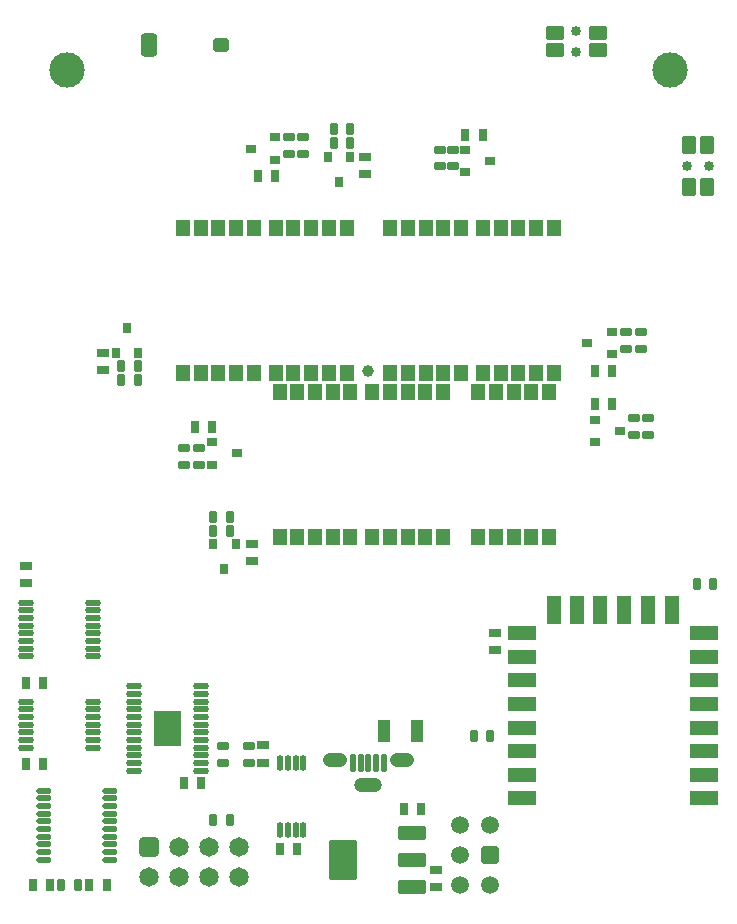
<source format=gbr>
%TF.GenerationSoftware,Altium Limited,Altium Designer,20.1.8 (145)*%
G04 Layer_Color=16711935*
%FSLAX44Y44*%
%MOMM*%
%TF.SameCoordinates,3BEBD2D3-E5B3-4009-AA71-14EFD01F195C*%
%TF.FilePolarity,Negative*%
%TF.FileFunction,Soldermask,Bot*%
%TF.Part,Single*%
G01*
G75*
%TA.AperFunction,ComponentPad*%
%ADD49C,1.5000*%
G04:AMPARAMS|DCode=53|XSize=1.5mm|YSize=1.5mm|CornerRadius=0.15mm|HoleSize=0mm|Usage=FLASHONLY|Rotation=180.000|XOffset=0mm|YOffset=0mm|HoleType=Round|Shape=RoundedRectangle|*
%AMROUNDEDRECTD53*
21,1,1.5000,1.2000,0,0,180.0*
21,1,1.2000,1.5000,0,0,180.0*
1,1,0.3000,-0.6000,0.6000*
1,1,0.3000,0.6000,0.6000*
1,1,0.3000,0.6000,-0.6000*
1,1,0.3000,-0.6000,-0.6000*
%
%ADD53ROUNDEDRECTD53*%
%TA.AperFunction,SMDPad,CuDef*%
G04:AMPARAMS|DCode=81|XSize=1.4mm|YSize=2mm|CornerRadius=0.35mm|HoleSize=0mm|Usage=FLASHONLY|Rotation=0.000|XOffset=0mm|YOffset=0mm|HoleType=Round|Shape=RoundedRectangle|*
%AMROUNDEDRECTD81*
21,1,1.4000,1.3000,0,0,0.0*
21,1,0.7000,2.0000,0,0,0.0*
1,1,0.7000,0.3500,-0.6500*
1,1,0.7000,-0.3500,-0.6500*
1,1,0.7000,-0.3500,0.6500*
1,1,0.7000,0.3500,0.6500*
%
%ADD81ROUNDEDRECTD81*%
G04:AMPARAMS|DCode=82|XSize=1.4mm|YSize=1.2mm|CornerRadius=0.3mm|HoleSize=0mm|Usage=FLASHONLY|Rotation=0.000|XOffset=0mm|YOffset=0mm|HoleType=Round|Shape=RoundedRectangle|*
%AMROUNDEDRECTD82*
21,1,1.4000,0.6000,0,0,0.0*
21,1,0.8000,1.2000,0,0,0.0*
1,1,0.6000,0.4000,-0.3000*
1,1,0.6000,-0.4000,-0.3000*
1,1,0.6000,-0.4000,0.3000*
1,1,0.6000,0.4000,0.3000*
%
%ADD82ROUNDEDRECTD82*%
%ADD96O,1.3500X0.5500*%
%ADD97O,1.3000X0.5500*%
G04:AMPARAMS|DCode=98|XSize=1mm|YSize=0.65mm|CornerRadius=0.0775mm|HoleSize=0mm|Usage=FLASHONLY|Rotation=0.000|XOffset=0mm|YOffset=0mm|HoleType=Round|Shape=RoundedRectangle|*
%AMROUNDEDRECTD98*
21,1,1.0000,0.4950,0,0,0.0*
21,1,0.8450,0.6500,0,0,0.0*
1,1,0.1550,0.4225,-0.2475*
1,1,0.1550,-0.4225,-0.2475*
1,1,0.1550,-0.4225,0.2475*
1,1,0.1550,0.4225,0.2475*
%
%ADD98ROUNDEDRECTD98*%
%ADD99O,0.5500X1.3500*%
G04:AMPARAMS|DCode=100|XSize=1mm|YSize=0.75mm|CornerRadius=0.078mm|HoleSize=0mm|Usage=FLASHONLY|Rotation=180.000|XOffset=0mm|YOffset=0mm|HoleType=Round|Shape=RoundedRectangle|*
%AMROUNDEDRECTD100*
21,1,1.0000,0.5940,0,0,180.0*
21,1,0.8440,0.7500,0,0,180.0*
1,1,0.1560,-0.4220,0.2970*
1,1,0.1560,0.4220,0.2970*
1,1,0.1560,0.4220,-0.2970*
1,1,0.1560,-0.4220,-0.2970*
%
%ADD100ROUNDEDRECTD100*%
G04:AMPARAMS|DCode=101|XSize=1mm|YSize=0.75mm|CornerRadius=0.078mm|HoleSize=0mm|Usage=FLASHONLY|Rotation=90.000|XOffset=0mm|YOffset=0mm|HoleType=Round|Shape=RoundedRectangle|*
%AMROUNDEDRECTD101*
21,1,1.0000,0.5940,0,0,90.0*
21,1,0.8440,0.7500,0,0,90.0*
1,1,0.1560,0.2970,0.4220*
1,1,0.1560,0.2970,-0.4220*
1,1,0.1560,-0.2970,-0.4220*
1,1,0.1560,-0.2970,0.4220*
%
%ADD101ROUNDEDRECTD101*%
G04:AMPARAMS|DCode=102|XSize=0.7mm|YSize=0.85mm|CornerRadius=0.0778mm|HoleSize=0mm|Usage=FLASHONLY|Rotation=270.000|XOffset=0mm|YOffset=0mm|HoleType=Round|Shape=RoundedRectangle|*
%AMROUNDEDRECTD102*
21,1,0.7000,0.6945,0,0,270.0*
21,1,0.5445,0.8500,0,0,270.0*
1,1,0.1555,-0.3473,-0.2723*
1,1,0.1555,-0.3473,0.2723*
1,1,0.1555,0.3473,0.2723*
1,1,0.1555,0.3473,-0.2723*
%
%ADD102ROUNDEDRECTD102*%
G04:AMPARAMS|DCode=103|XSize=0.7mm|YSize=0.85mm|CornerRadius=0.0778mm|HoleSize=0mm|Usage=FLASHONLY|Rotation=180.000|XOffset=0mm|YOffset=0mm|HoleType=Round|Shape=RoundedRectangle|*
%AMROUNDEDRECTD103*
21,1,0.7000,0.6945,0,0,180.0*
21,1,0.5445,0.8500,0,0,180.0*
1,1,0.1555,-0.2723,0.3473*
1,1,0.1555,0.2723,0.3473*
1,1,0.1555,0.2723,-0.3473*
1,1,0.1555,-0.2723,-0.3473*
%
%ADD103ROUNDEDRECTD103*%
G04:AMPARAMS|DCode=104|XSize=1.8mm|YSize=1.1mm|CornerRadius=0.0798mm|HoleSize=0mm|Usage=FLASHONLY|Rotation=90.000|XOffset=0mm|YOffset=0mm|HoleType=Round|Shape=RoundedRectangle|*
%AMROUNDEDRECTD104*
21,1,1.8000,0.9405,0,0,90.0*
21,1,1.6405,1.1000,0,0,90.0*
1,1,0.1595,0.4703,0.8203*
1,1,0.1595,0.4703,-0.8203*
1,1,0.1595,-0.4703,-0.8203*
1,1,0.1595,-0.4703,0.8203*
%
%ADD104ROUNDEDRECTD104*%
G04:AMPARAMS|DCode=105|XSize=1.15mm|YSize=2.3mm|CornerRadius=0.08mm|HoleSize=0mm|Usage=FLASHONLY|Rotation=90.000|XOffset=0mm|YOffset=0mm|HoleType=Round|Shape=RoundedRectangle|*
%AMROUNDEDRECTD105*
21,1,1.1500,2.1400,0,0,90.0*
21,1,0.9900,2.3000,0,0,90.0*
1,1,0.1600,1.0700,0.4950*
1,1,0.1600,1.0700,-0.4950*
1,1,0.1600,-1.0700,-0.4950*
1,1,0.1600,-1.0700,0.4950*
%
%ADD105ROUNDEDRECTD105*%
G04:AMPARAMS|DCode=106|XSize=3.4mm|YSize=2.3mm|CornerRadius=0.0858mm|HoleSize=0mm|Usage=FLASHONLY|Rotation=90.000|XOffset=0mm|YOffset=0mm|HoleType=Round|Shape=RoundedRectangle|*
%AMROUNDEDRECTD106*
21,1,3.4000,2.1285,0,0,90.0*
21,1,3.2285,2.3000,0,0,90.0*
1,1,0.1715,1.0642,1.6143*
1,1,0.1715,1.0642,-1.6143*
1,1,0.1715,-1.0642,-1.6143*
1,1,0.1715,-1.0642,1.6143*
%
%ADD106ROUNDEDRECTD106*%
G04:AMPARAMS|DCode=107|XSize=1.25mm|YSize=2.45mm|CornerRadius=0.0805mm|HoleSize=0mm|Usage=FLASHONLY|Rotation=270.000|XOffset=0mm|YOffset=0mm|HoleType=Round|Shape=RoundedRectangle|*
%AMROUNDEDRECTD107*
21,1,1.2500,2.2890,0,0,270.0*
21,1,1.0890,2.4500,0,0,270.0*
1,1,0.1610,-1.1445,-0.5445*
1,1,0.1610,-1.1445,0.5445*
1,1,0.1610,1.1445,0.5445*
1,1,0.1610,1.1445,-0.5445*
%
%ADD107ROUNDEDRECTD107*%
G04:AMPARAMS|DCode=108|XSize=1.25mm|YSize=2.45mm|CornerRadius=0.0805mm|HoleSize=0mm|Usage=FLASHONLY|Rotation=180.000|XOffset=0mm|YOffset=0mm|HoleType=Round|Shape=RoundedRectangle|*
%AMROUNDEDRECTD108*
21,1,1.2500,2.2890,0,0,180.0*
21,1,1.0890,2.4500,0,0,180.0*
1,1,0.1610,-0.5445,1.1445*
1,1,0.1610,0.5445,1.1445*
1,1,0.1610,0.5445,-1.1445*
1,1,0.1610,-0.5445,-1.1445*
%
%ADD108ROUNDEDRECTD108*%
G04:AMPARAMS|DCode=109|XSize=0.53mm|YSize=1.58mm|CornerRadius=0.1525mm|HoleSize=0mm|Usage=FLASHONLY|Rotation=180.000|XOffset=0mm|YOffset=0mm|HoleType=Round|Shape=RoundedRectangle|*
%AMROUNDEDRECTD109*
21,1,0.5300,1.2750,0,0,180.0*
21,1,0.2250,1.5800,0,0,180.0*
1,1,0.3050,-0.1125,0.6375*
1,1,0.3050,0.1125,0.6375*
1,1,0.3050,0.1125,-0.6375*
1,1,0.3050,-0.1125,-0.6375*
%
%ADD109ROUNDEDRECTD109*%
G04:AMPARAMS|DCode=110|XSize=1mm|YSize=0.65mm|CornerRadius=0.0775mm|HoleSize=0mm|Usage=FLASHONLY|Rotation=90.000|XOffset=0mm|YOffset=0mm|HoleType=Round|Shape=RoundedRectangle|*
%AMROUNDEDRECTD110*
21,1,1.0000,0.4950,0,0,90.0*
21,1,0.8450,0.6500,0,0,90.0*
1,1,0.1550,0.2475,0.4225*
1,1,0.1550,0.2475,-0.4225*
1,1,0.1550,-0.2475,-0.4225*
1,1,0.1550,-0.2475,0.4225*
%
%ADD110ROUNDEDRECTD110*%
G04:AMPARAMS|DCode=111|XSize=1.15mm|YSize=1.4mm|CornerRadius=0.08mm|HoleSize=0mm|Usage=FLASHONLY|Rotation=180.000|XOffset=0mm|YOffset=0mm|HoleType=Round|Shape=RoundedRectangle|*
%AMROUNDEDRECTD111*
21,1,1.1500,1.2400,0,0,180.0*
21,1,0.9900,1.4000,0,0,180.0*
1,1,0.1600,-0.4950,0.6200*
1,1,0.1600,0.4950,0.6200*
1,1,0.1600,0.4950,-0.6200*
1,1,0.1600,-0.4950,-0.6200*
%
%ADD111ROUNDEDRECTD111*%
G04:AMPARAMS|DCode=112|XSize=1.5mm|YSize=1.15mm|CornerRadius=0.0553mm|HoleSize=0mm|Usage=FLASHONLY|Rotation=270.000|XOffset=0mm|YOffset=0mm|HoleType=Round|Shape=RoundedRectangle|*
%AMROUNDEDRECTD112*
21,1,1.5000,1.0395,0,0,270.0*
21,1,1.3895,1.1500,0,0,270.0*
1,1,0.1105,-0.5198,-0.6948*
1,1,0.1105,-0.5198,0.6948*
1,1,0.1105,0.5198,0.6948*
1,1,0.1105,0.5198,-0.6948*
%
%ADD112ROUNDEDRECTD112*%
G04:AMPARAMS|DCode=113|XSize=1.5mm|YSize=1.15mm|CornerRadius=0.0553mm|HoleSize=0mm|Usage=FLASHONLY|Rotation=0.000|XOffset=0mm|YOffset=0mm|HoleType=Round|Shape=RoundedRectangle|*
%AMROUNDEDRECTD113*
21,1,1.5000,1.0395,0,0,0.0*
21,1,1.3895,1.1500,0,0,0.0*
1,1,0.1105,0.6948,-0.5198*
1,1,0.1105,-0.6948,-0.5198*
1,1,0.1105,-0.6948,0.5198*
1,1,0.1105,0.6948,0.5198*
%
%ADD113ROUNDEDRECTD113*%
%TA.AperFunction,ComponentPad*%
G04:AMPARAMS|DCode=114|XSize=1.65mm|YSize=1.65mm|CornerRadius=0.2625mm|HoleSize=0mm|Usage=FLASHONLY|Rotation=0.000|XOffset=0mm|YOffset=0mm|HoleType=Round|Shape=RoundedRectangle|*
%AMROUNDEDRECTD114*
21,1,1.6500,1.1250,0,0,0.0*
21,1,1.1250,1.6500,0,0,0.0*
1,1,0.5250,0.5625,-0.5625*
1,1,0.5250,-0.5625,-0.5625*
1,1,0.5250,-0.5625,0.5625*
1,1,0.5250,0.5625,0.5625*
%
%ADD114ROUNDEDRECTD114*%
%ADD115C,1.6500*%
%ADD116O,2.0500X1.2500*%
%ADD117O,2.3500X1.2500*%
%ADD118C,0.8500*%
%TA.AperFunction,ViaPad*%
%ADD119C,3.0000*%
%ADD120C,1.0000*%
G36*
X-181500Y-287500D02*
Y-317500D01*
X-158500D01*
Y-287500D01*
X-181500D01*
D02*
G37*
D49*
X102900Y-435400D02*
D03*
Y-384600D02*
D03*
X77500D02*
D03*
Y-410000D02*
D03*
Y-435400D02*
D03*
D53*
X102900Y-410000D02*
D03*
D81*
X-185661Y276198D02*
D03*
D82*
X-124661D02*
D03*
D96*
X-198500Y-338250D02*
D03*
Y-331750D02*
D03*
Y-325250D02*
D03*
Y-318750D02*
D03*
Y-312250D02*
D03*
Y-305750D02*
D03*
Y-299250D02*
D03*
Y-292750D02*
D03*
Y-286250D02*
D03*
Y-279750D02*
D03*
Y-273250D02*
D03*
Y-266750D02*
D03*
X-141500Y-338250D02*
D03*
Y-331750D02*
D03*
Y-325250D02*
D03*
Y-318750D02*
D03*
Y-312250D02*
D03*
Y-305750D02*
D03*
Y-299250D02*
D03*
Y-292750D02*
D03*
Y-286250D02*
D03*
Y-279750D02*
D03*
Y-273250D02*
D03*
Y-266750D02*
D03*
X-290340Y-318769D02*
D03*
Y-312269D02*
D03*
Y-305769D02*
D03*
Y-299269D02*
D03*
Y-292769D02*
D03*
Y-286269D02*
D03*
Y-279769D02*
D03*
X-233340Y-318769D02*
D03*
Y-312269D02*
D03*
Y-305769D02*
D03*
Y-299269D02*
D03*
Y-292769D02*
D03*
Y-286269D02*
D03*
Y-279769D02*
D03*
X-233340Y-196130D02*
D03*
Y-202630D02*
D03*
Y-209130D02*
D03*
Y-215630D02*
D03*
Y-222130D02*
D03*
Y-228630D02*
D03*
Y-235130D02*
D03*
Y-241630D02*
D03*
X-290340Y-196130D02*
D03*
Y-202630D02*
D03*
Y-209130D02*
D03*
Y-215630D02*
D03*
Y-222130D02*
D03*
Y-228630D02*
D03*
Y-235130D02*
D03*
Y-241630D02*
D03*
D97*
X-219084Y-355231D02*
D03*
Y-361731D02*
D03*
Y-368231D02*
D03*
Y-374731D02*
D03*
Y-381231D02*
D03*
Y-387731D02*
D03*
Y-394231D02*
D03*
Y-400731D02*
D03*
Y-407231D02*
D03*
Y-413731D02*
D03*
X-275084Y-355231D02*
D03*
Y-361731D02*
D03*
Y-368231D02*
D03*
Y-374731D02*
D03*
Y-381231D02*
D03*
Y-387731D02*
D03*
Y-394231D02*
D03*
Y-400731D02*
D03*
Y-407231D02*
D03*
Y-413731D02*
D03*
D98*
X-101553Y-317500D02*
D03*
Y-331500D02*
D03*
X-123000Y-331750D02*
D03*
Y-317750D02*
D03*
X60869Y187590D02*
D03*
Y173590D02*
D03*
X71871Y187590D02*
D03*
Y173590D02*
D03*
X224460Y-40000D02*
D03*
Y-54000D02*
D03*
X-67462Y183833D02*
D03*
Y197833D02*
D03*
X218423Y19087D02*
D03*
Y33087D02*
D03*
X-143684Y-65130D02*
D03*
Y-79130D02*
D03*
X236680Y-54000D02*
D03*
Y-40000D02*
D03*
X-55484Y197833D02*
D03*
Y183833D02*
D03*
X230407Y33087D02*
D03*
Y19087D02*
D03*
X-155955Y-79130D02*
D03*
Y-65130D02*
D03*
D99*
X-55250Y-388500D02*
D03*
X-61750D02*
D03*
X-68250D02*
D03*
X-74750D02*
D03*
X-55250Y-331500D02*
D03*
X-61750D02*
D03*
X-68250D02*
D03*
X-74750D02*
D03*
D100*
X-88889D02*
D03*
Y-317000D02*
D03*
X-290340Y-165010D02*
D03*
Y-179510D02*
D03*
X-98511Y-160655D02*
D03*
Y-146155D02*
D03*
X-224690Y966D02*
D03*
Y15466D02*
D03*
X-2530Y166750D02*
D03*
Y181250D02*
D03*
X57500Y-422484D02*
D03*
Y-436984D02*
D03*
X107248Y-236530D02*
D03*
Y-222030D02*
D03*
D101*
X-74750Y-404823D02*
D03*
X-60250D02*
D03*
X-141500Y-348730D02*
D03*
X-156000D02*
D03*
X-290340Y-263698D02*
D03*
X-275840D02*
D03*
X96624Y199601D02*
D03*
X82124D02*
D03*
X206603Y-27612D02*
D03*
X192103D02*
D03*
X-93260Y165330D02*
D03*
X-78760D02*
D03*
X191903Y19D02*
D03*
X206403D02*
D03*
X-146850Y-47430D02*
D03*
X-132350D02*
D03*
X-221760Y-435021D02*
D03*
X-236260D02*
D03*
X44750Y-370468D02*
D03*
X30250D02*
D03*
X-275840Y-332578D02*
D03*
X-290340D02*
D03*
X-284271Y-435021D02*
D03*
X-269771D02*
D03*
D102*
X82124Y168590D02*
D03*
Y187590D02*
D03*
X103124Y178090D02*
D03*
X213103Y-50724D02*
D03*
X192103Y-41224D02*
D03*
Y-60224D02*
D03*
X-78760Y197833D02*
D03*
Y178833D02*
D03*
X-99760Y188333D02*
D03*
X206403Y33182D02*
D03*
Y14182D02*
D03*
X185403Y23682D02*
D03*
X-111350Y-69630D02*
D03*
X-132350Y-60130D02*
D03*
Y-79130D02*
D03*
D103*
X-131494Y-146155D02*
D03*
X-112494D02*
D03*
X-121994Y-167155D02*
D03*
X-204618Y36466D02*
D03*
X-214118Y15466D02*
D03*
X-195118D02*
D03*
X-25000Y160250D02*
D03*
X-15500Y181250D02*
D03*
X-34500D02*
D03*
D104*
X13000Y-305000D02*
D03*
X41000D02*
D03*
D105*
X36750Y-390984D02*
D03*
Y-413984D02*
D03*
Y-436984D02*
D03*
D106*
X-21750Y-413984D02*
D03*
D107*
X283750Y-361730D02*
D03*
Y-341918D02*
D03*
Y-321598D02*
D03*
Y-301786D02*
D03*
Y-281720D02*
D03*
X284004Y-261654D02*
D03*
Y-241842D02*
D03*
X129794Y-222030D02*
D03*
Y-261908D02*
D03*
Y-281720D02*
D03*
Y-302040D02*
D03*
Y-321852D02*
D03*
Y-341918D02*
D03*
X284004Y-221776D02*
D03*
X129794Y-242096D02*
D03*
Y-361730D02*
D03*
D108*
X256810Y-202202D02*
D03*
X236490D02*
D03*
X216678D02*
D03*
X196358D02*
D03*
X176546D02*
D03*
X156734D02*
D03*
D109*
X6500Y-331750D02*
D03*
X13000D02*
D03*
X-6500D02*
D03*
X-13000D02*
D03*
X0D02*
D03*
D110*
X-131377Y-380369D02*
D03*
X-117377D02*
D03*
X292000Y-180000D02*
D03*
X278000D02*
D03*
X103036Y-309191D02*
D03*
X89036D02*
D03*
X-246069Y-435021D02*
D03*
X-260069D02*
D03*
X-117494Y-135362D02*
D03*
X-131494D02*
D03*
X-195118Y3922D02*
D03*
X-209118D02*
D03*
X-15500Y192715D02*
D03*
X-29500D02*
D03*
X-131494Y-123498D02*
D03*
X-117494D02*
D03*
X-209118Y-7852D02*
D03*
X-195118D02*
D03*
X-29500Y205011D02*
D03*
X-15500D02*
D03*
D111*
X63500Y-1320D02*
D03*
X48500D02*
D03*
X33500D02*
D03*
X18500D02*
D03*
X78500D02*
D03*
X63500Y121320D02*
D03*
X33500D02*
D03*
X48500D02*
D03*
X18500D02*
D03*
X78500D02*
D03*
X-33500Y-1320D02*
D03*
X-48500D02*
D03*
X-63500D02*
D03*
X-78500D02*
D03*
X-18500D02*
D03*
X-33500Y121320D02*
D03*
X-63500D02*
D03*
X-48500D02*
D03*
X-78500D02*
D03*
X-18500D02*
D03*
X138000Y-140320D02*
D03*
X123000D02*
D03*
X108000D02*
D03*
X93000D02*
D03*
X153000D02*
D03*
X138000Y-17680D02*
D03*
X108000D02*
D03*
X123000D02*
D03*
X93000D02*
D03*
X153000D02*
D03*
X142000Y-1320D02*
D03*
X127000D02*
D03*
X112000D02*
D03*
X97000D02*
D03*
X157000D02*
D03*
X142000Y121320D02*
D03*
X112000D02*
D03*
X127000D02*
D03*
X97000D02*
D03*
X157000D02*
D03*
X48250Y-140320D02*
D03*
X33250D02*
D03*
X18250D02*
D03*
X3250D02*
D03*
X63250D02*
D03*
X48250Y-17680D02*
D03*
X18250D02*
D03*
X33250D02*
D03*
X3250D02*
D03*
X63250D02*
D03*
X-30250Y-140320D02*
D03*
X-45250D02*
D03*
X-60250D02*
D03*
X-75250D02*
D03*
X-15250D02*
D03*
X-30250Y-17680D02*
D03*
X-60250D02*
D03*
X-45250D02*
D03*
X-75250D02*
D03*
X-15250D02*
D03*
X-112000Y-1320D02*
D03*
X-127000D02*
D03*
X-142000D02*
D03*
X-157000D02*
D03*
X-97000D02*
D03*
X-112000Y121320D02*
D03*
X-142000D02*
D03*
X-127000D02*
D03*
X-157000D02*
D03*
X-97000D02*
D03*
D112*
X271731Y155447D02*
D03*
X286231D02*
D03*
Y191447D02*
D03*
X271731D02*
D03*
D113*
X193950Y271751D02*
D03*
Y286251D02*
D03*
X157950D02*
D03*
Y271751D02*
D03*
D114*
X-185961Y-402750D02*
D03*
D115*
X-160560D02*
D03*
X-135161D02*
D03*
X-109761D02*
D03*
X-185961Y-428150D02*
D03*
X-160560D02*
D03*
X-135161D02*
D03*
X-109761D02*
D03*
D116*
X-28000Y-329250D02*
D03*
X28000D02*
D03*
D117*
X0Y-350750D02*
D03*
D118*
X287981Y173447D02*
D03*
X269981D02*
D03*
X175950Y288001D02*
D03*
Y270001D02*
D03*
D119*
X255000Y255000D02*
D03*
X-255000D02*
D03*
D120*
X0Y0D02*
D03*
%TF.MD5,1d13d5bfbe0ab9b79e2a12bb267e77fc*%
M02*

</source>
